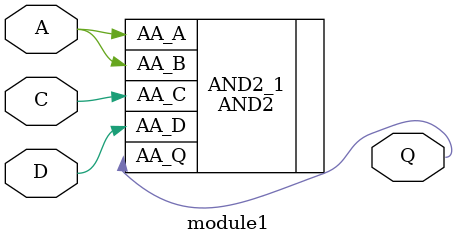
<source format=v>
module top
(
    in1,
    in2,
    out1
);

    input in1;
    input in2;
    output out1;

    wire in1;
    wire in2;
    wire out1;
    wire out;

    module1 inst_m1_1
    (
        .A(in1),
        .D(in2),
        .C(in2),
        .Q(out)
    );
    module1 inst_m1_2
    (
        .A(in2),
        .D(in1),
        .C(out),
        .Q(out1)
    );
endmodule

module module1
(
    A,
    D,
    C,
    Q
);

    input A;
    input D;
    input C;
    output Q;

    wire A;
    wire C;
    wire D;
    wire Q;

    AND2 AND2_1
    (
        .AA_A(A),
        .AA_B(A),
        .AA_C(C),
        .AA_D(D),
        .AA_Q(Q)
    );
endmodule


</source>
